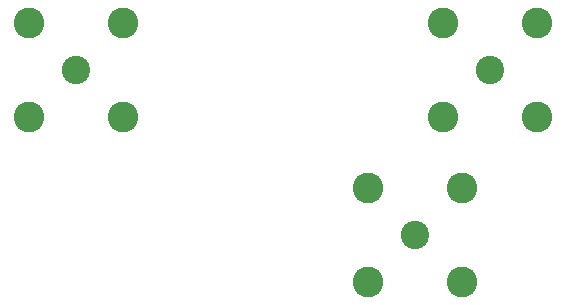
<source format=gbs>
G04 Layer: BottomSolderMaskLayer*
G04 EasyEDA v6.5.44, 2024-07-31 14:11:33*
G04 0a0e6e5985404cbc94c0c78cb0e903e1,401f954c81374b6587e5d63e119e93f9,10*
G04 Gerber Generator version 0.2*
G04 Scale: 100 percent, Rotated: No, Reflected: No *
G04 Dimensions in inches *
G04 leading zeros omitted , absolute positions ,3 integer and 6 decimal *
%FSLAX36Y36*%
%MOIN*%

%ADD10C,0.1024*%
%ADD11C,0.0946*%

%LPD*%
D10*
G01*
X1522520Y692520D03*
G01*
X1522520Y1007480D03*
G01*
X1837480Y1007480D03*
G01*
X1837480Y692520D03*
D11*
G01*
X1680000Y850000D03*
D10*
G01*
X457480Y1007480D03*
G01*
X457480Y692520D03*
G01*
X142520Y692520D03*
G01*
X142520Y1007480D03*
D11*
G01*
X300000Y850000D03*
D10*
G01*
X1272520Y457480D03*
G01*
X1587480Y457480D03*
G01*
X1587480Y142520D03*
G01*
X1272520Y142520D03*
D11*
G01*
X1430000Y300000D03*
M02*

</source>
